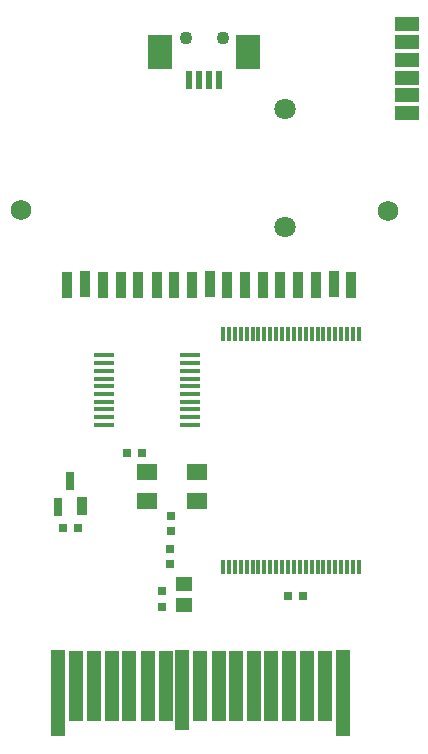
<source format=gbr>
%TF.GenerationSoftware,KiCad,Pcbnew,(6.0.2)*%
%TF.CreationDate,2022-11-22T14:27:25-06:00*%
%TF.ProjectId,REF1936,52454631-3933-4362-9e6b-696361645f70,rev?*%
%TF.SameCoordinates,Original*%
%TF.FileFunction,Soldermask,Top*%
%TF.FilePolarity,Negative*%
%FSLAX46Y46*%
G04 Gerber Fmt 4.6, Leading zero omitted, Abs format (unit mm)*
G04 Created by KiCad (PCBNEW (6.0.2)) date 2022-11-22 14:27:25*
%MOMM*%
%LPD*%
G01*
G04 APERTURE LIST*
%ADD10R,0.800000X0.800000*%
%ADD11R,2.000000X1.200000*%
%ADD12C,1.750000*%
%ADD13R,2.000000X3.000000*%
%ADD14R,0.550000X1.630000*%
%ADD15R,1.651000X0.431800*%
%ADD16R,0.300000X1.300000*%
%ADD17R,0.950000X2.250000*%
%ADD18R,1.700000X1.350000*%
%ADD19C,1.800000*%
%ADD20R,0.750000X1.600000*%
%ADD21R,0.870000X1.600000*%
%ADD22R,0.800000X1.600000*%
%ADD23R,1.200000X7.250000*%
%ADD24R,1.200000X6.000000*%
%ADD25R,1.200000X6.750000*%
%ADD26C,1.100000*%
%ADD27R,1.450000X1.150000*%
G04 APERTURE END LIST*
D10*
%TO.C,C2*%
X146780000Y-110443000D03*
X145471000Y-110444000D03*
%TD*%
%TO.C,C3*%
X149197500Y-115792500D03*
X149198500Y-117101500D03*
%TD*%
%TO.C,C1*%
X140086000Y-116780000D03*
X141395000Y-116779000D03*
%TD*%
D11*
%TO.C,J5*%
X169180000Y-74177000D03*
X169180000Y-75677000D03*
X169180000Y-77177000D03*
X169180000Y-78677000D03*
X169180000Y-80177000D03*
X169180000Y-81677000D03*
%TD*%
D10*
%TO.C,C4*%
X149188000Y-118567000D03*
X149189000Y-119876000D03*
%TD*%
D12*
%TO.C,H2*%
X167577800Y-89956700D03*
%TD*%
D13*
%TO.C,J1*%
X148288000Y-76527000D03*
X155712000Y-76525000D03*
D14*
X150751000Y-78865000D03*
X151585000Y-78870000D03*
X152455000Y-78870000D03*
X153329000Y-78869000D03*
%TD*%
D15*
%TO.C,U3*%
X150848200Y-108050000D03*
X150848200Y-107399999D03*
X150848200Y-106750001D03*
X150848200Y-106099999D03*
X150848200Y-105450001D03*
X150848200Y-104800002D03*
X150848200Y-104150001D03*
X150848200Y-103500002D03*
X150848200Y-102850001D03*
X150848200Y-102200002D03*
X143583800Y-102200000D03*
X143583800Y-102849998D03*
X143583800Y-103499999D03*
X143583800Y-104149998D03*
X143583800Y-104799999D03*
X143583800Y-105449998D03*
X143583800Y-106099999D03*
X143583800Y-106749998D03*
X143583800Y-107399999D03*
X143583800Y-108049998D03*
%TD*%
D16*
%TO.C,U1*%
X153639000Y-120117000D03*
X154139000Y-120117000D03*
X154639000Y-120117000D03*
X155139000Y-120117000D03*
X155639000Y-120117000D03*
X156139000Y-120117000D03*
X156639000Y-120117000D03*
X157139000Y-120117000D03*
X157639000Y-120117000D03*
X158139000Y-120117000D03*
X158639000Y-120117000D03*
X159139000Y-120117000D03*
X159639000Y-120117000D03*
X160139000Y-120117000D03*
X160639000Y-120117000D03*
X161139000Y-120117000D03*
X161639000Y-120117000D03*
X162139000Y-120117000D03*
X162639000Y-120117000D03*
X163139000Y-120117000D03*
X163639000Y-120117000D03*
X164139000Y-120117000D03*
X164639000Y-120117000D03*
X165139000Y-120117000D03*
X165139000Y-100417000D03*
X164639000Y-100417000D03*
X164139000Y-100417000D03*
X163639000Y-100417000D03*
X163139000Y-100417000D03*
X162639000Y-100417000D03*
X162139000Y-100417000D03*
X161639000Y-100417000D03*
X161139000Y-100417000D03*
X160639000Y-100417000D03*
X160139000Y-100417000D03*
X159639000Y-100417000D03*
X159139000Y-100417000D03*
X158639000Y-100417000D03*
X158139000Y-100417000D03*
X157639000Y-100417000D03*
X157139000Y-100417000D03*
X156639000Y-100417000D03*
X156139000Y-100417000D03*
X155639000Y-100417000D03*
X155139000Y-100417000D03*
X154639000Y-100417000D03*
X154139000Y-100417000D03*
X153639000Y-100417000D03*
%TD*%
D10*
%TO.C,R1*%
X148505000Y-122145000D03*
X148506000Y-123454000D03*
%TD*%
D17*
%TO.C,U4*%
X164488800Y-96194700D03*
X163018800Y-96187700D03*
X161509800Y-96191700D03*
X160007800Y-96191700D03*
X158497800Y-96192700D03*
X156986800Y-96192700D03*
X155517800Y-96191700D03*
X154009800Y-96196700D03*
X152500800Y-96190700D03*
X150997800Y-96193700D03*
X149525800Y-96192700D03*
X148016800Y-96194700D03*
X146471800Y-96197700D03*
X144998800Y-96192700D03*
X143496800Y-96196700D03*
X141949800Y-96188700D03*
X140435800Y-96191700D03*
%TD*%
D18*
%TO.C,X1*%
X147230000Y-114534000D03*
X151400000Y-114534000D03*
X151399000Y-112032000D03*
X147232000Y-112032000D03*
%TD*%
D12*
%TO.C,H1*%
X136493800Y-89914700D03*
%TD*%
D19*
%TO.C,J4*%
X158845000Y-91291500D03*
X158845000Y-81357500D03*
%TD*%
D20*
%TO.C,Q1*%
X139640500Y-114990500D03*
D21*
X141707500Y-114984500D03*
D22*
X140713500Y-112803500D03*
%TD*%
D10*
%TO.C,C5*%
X159099000Y-122535000D03*
X160408000Y-122534000D03*
%TD*%
D23*
%TO.C,U5*%
X139684700Y-130795600D03*
D24*
X141226700Y-130149600D03*
X142741700Y-130157600D03*
X144200700Y-130149600D03*
X145707700Y-130156600D03*
X147270700Y-130156600D03*
X148769700Y-130156600D03*
D25*
X150196700Y-130499600D03*
D24*
X151693700Y-130164600D03*
X153256700Y-130164600D03*
X154763700Y-130156600D03*
X156238700Y-130156600D03*
X157737700Y-130156600D03*
X159236700Y-130148600D03*
X160751700Y-130156600D03*
X162266700Y-130156600D03*
D23*
X163773700Y-130789600D03*
%TD*%
D26*
%TO.C,J2*%
X150534835Y-75298800D03*
X153597000Y-75301200D03*
%TD*%
D27*
%TO.C,L1*%
X150298500Y-123365000D03*
X150299500Y-121579000D03*
%TD*%
M02*

</source>
